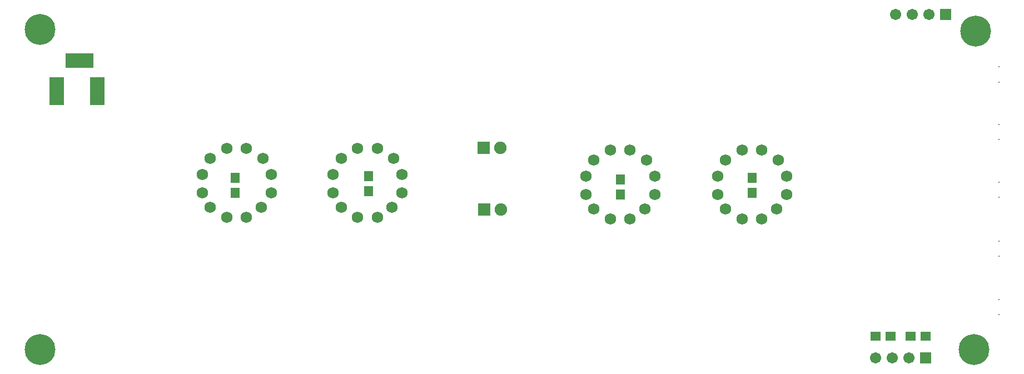
<source format=gts>
G04*
G04 #@! TF.GenerationSoftware,Altium Limited,Altium Designer,20.0.9 (164)*
G04*
G04 Layer_Color=8388736*
%FSLAX25Y25*%
%MOIN*%
G70*
G01*
G75*
%ADD18R,0.06300X0.05300*%
%ADD19R,0.05300X0.06300*%
%ADD20R,0.16548X0.08674*%
%ADD21R,0.08674X0.16548*%
%ADD22C,0.06706*%
%ADD23R,0.06706X0.06706*%
%ADD24C,0.00800*%
%ADD25C,0.18517*%
%ADD26C,0.07493*%
%ADD27R,0.07493X0.07493*%
%ADD28C,0.06800*%
D18*
X651000Y127000D02*
D03*
X642000D02*
D03*
X630000D02*
D03*
X621000D02*
D03*
D19*
X237000Y213000D02*
D03*
Y222000D02*
D03*
X317000Y214000D02*
D03*
Y223000D02*
D03*
X468000Y212000D02*
D03*
Y221000D02*
D03*
X547000Y213000D02*
D03*
Y222000D02*
D03*
D20*
X143780Y292504D02*
D03*
D21*
X130000Y274000D02*
D03*
X154409D02*
D03*
D22*
X633000Y320000D02*
D03*
X643000D02*
D03*
X653000D02*
D03*
X621000Y114000D02*
D03*
X631000D02*
D03*
X641000D02*
D03*
D23*
X663000Y320000D02*
D03*
X651000Y114000D02*
D03*
D24*
X695016Y288602D02*
D03*
Y279547D02*
D03*
X695000Y254055D02*
D03*
Y245000D02*
D03*
Y219528D02*
D03*
Y210472D02*
D03*
Y184000D02*
D03*
Y174945D02*
D03*
Y149000D02*
D03*
Y139945D02*
D03*
D25*
X681000Y310000D02*
D03*
X680000Y119000D02*
D03*
X120000D02*
D03*
Y311000D02*
D03*
D26*
X396500Y203000D02*
D03*
X396000Y240000D02*
D03*
D27*
X386500Y203000D02*
D03*
X386000Y240000D02*
D03*
D28*
X552906Y197331D02*
D03*
X561764Y203236D02*
D03*
X567669Y212094D02*
D03*
Y222921D02*
D03*
X562748Y232764D02*
D03*
X552906Y238669D02*
D03*
X541094D02*
D03*
X531252Y232764D02*
D03*
X526331Y222921D02*
D03*
Y212094D02*
D03*
X531252Y203236D02*
D03*
X541094Y197331D02*
D03*
X473906D02*
D03*
X482764Y203236D02*
D03*
X488669Y212094D02*
D03*
Y222921D02*
D03*
X483748Y232764D02*
D03*
X473906Y238669D02*
D03*
X462094D02*
D03*
X452252Y232764D02*
D03*
X447331Y222921D02*
D03*
Y212094D02*
D03*
X452252Y203236D02*
D03*
X462094Y197331D02*
D03*
X322406Y198331D02*
D03*
X331264Y204236D02*
D03*
X337169Y213094D02*
D03*
Y223921D02*
D03*
X332248Y233764D02*
D03*
X322406Y239669D02*
D03*
X310594D02*
D03*
X300752Y233764D02*
D03*
X295831Y223921D02*
D03*
Y213094D02*
D03*
X300752Y204236D02*
D03*
X310594Y198331D02*
D03*
X243906D02*
D03*
X252764Y204236D02*
D03*
X258669Y213094D02*
D03*
Y223921D02*
D03*
X253748Y233764D02*
D03*
X243906Y239669D02*
D03*
X232094D02*
D03*
X222252Y233764D02*
D03*
X217331Y223921D02*
D03*
Y213094D02*
D03*
X222252Y204236D02*
D03*
X232094Y198331D02*
D03*
M02*

</source>
